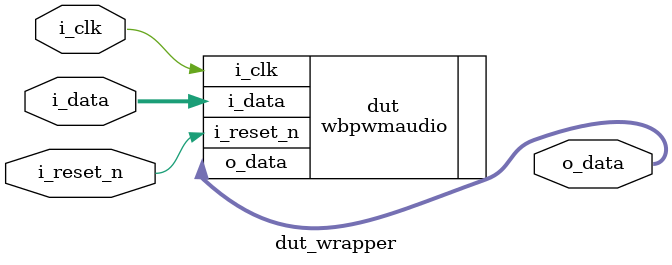
<source format=sv>
`timescale 1ps/1ps

module dut_wrapper(
    input wire i_clk,
    input wire i_reset_n,
    input wire [7:0] i_data,
    output wire [7:0] o_data
);

wbpwmaudio dut (
    .i_clk(i_clk),
    .i_reset_n(i_reset_n),
    .i_data(i_data),
    .o_data(o_data)
);

endmodule
</source>
